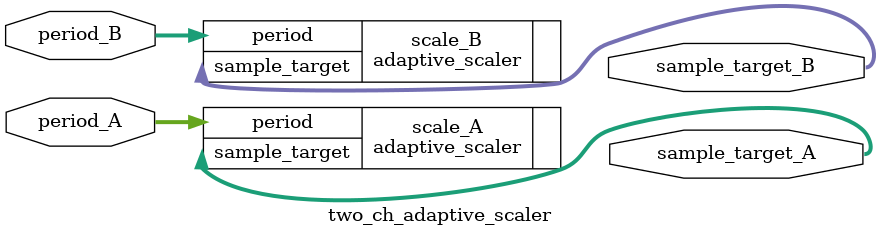
<source format=v>
module two_ch_adaptive_scaler (
	
	input wire [31:0] period_A,
	input wire [31:0] period_B,
	
	output wire [9:0] sample_target_A,
	output wire [9:0] sample_target_B
	
	);
	
	adaptive_scaler scale_A (
	
		.period(period_A),
		.sample_target(sample_target_A)
		
		);
		
	adaptive_scaler scale_B (
	
		.period(period_B),
		.sample_target(sample_target_B)
		
		);
	
endmodule	
		
</source>
